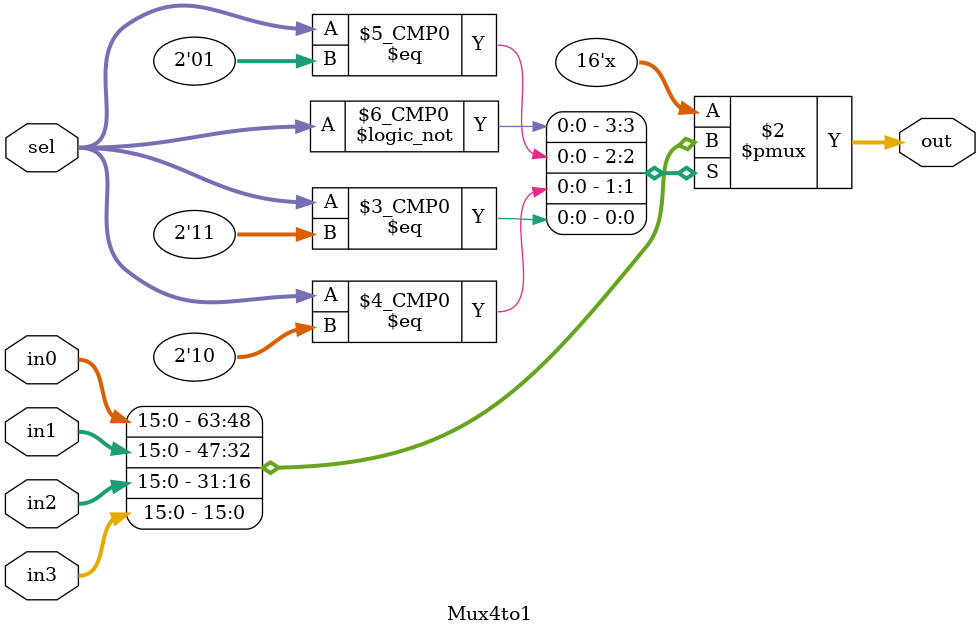
<source format=v>
module Mux4to1 #(parameter integer LENGTH = 16) (
    input wire [1:0] sel,                  // 2-bit selection input
    input wire [LENGTH-1:0] in0,           // Input 0
    input wire [LENGTH-1:0] in1,           // Input 1
    input wire [LENGTH-1:0] in2,           // Input 2
    input wire [LENGTH-1:0] in3,           // Input 3
    output reg [LENGTH-1:0] out            // Output
);

    always @(*) begin
        case (sel)
            2'b00: out = in0;
            2'b01: out = in1;
            2'b10: out = in2;
            2'b11: out = in3;
            default: out = {LENGTH{1'b0}}; // Default case to avoid latches
        endcase
    end

endmodule

</source>
